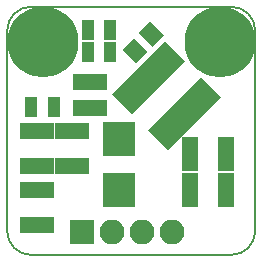
<source format=gbr>
G04 #@! TF.FileFunction,Soldermask,Top*
%FSLAX46Y46*%
G04 Gerber Fmt 4.6, Leading zero omitted, Abs format (unit mm)*
G04 Created by KiCad (PCBNEW 4.0.5) date Sunday, 09. April 2017 'u35' 15:35:46*
%MOMM*%
%LPD*%
G01*
G04 APERTURE LIST*
%ADD10C,0.100000*%
%ADD11C,0.150000*%
%ADD12R,1.050000X1.460000*%
%ADD13C,6.000000*%
%ADD14R,2.700000X2.900000*%
%ADD15R,2.100000X2.100000*%
%ADD16O,2.100000X2.100000*%
%ADD17R,1.100000X1.700000*%
%ADD18R,2.900000X1.400000*%
%ADD19R,1.400000X2.900000*%
G04 APERTURE END LIST*
D10*
D11*
X139000000Y-110000000D02*
G75*
G03X141000000Y-108000000I0J2000000D01*
G01*
X120000000Y-108000000D02*
G75*
G03X122000000Y-110000000I2000000J0D01*
G01*
X141000000Y-91000000D02*
G75*
G03X139000000Y-89000000I-2000000J0D01*
G01*
X122000000Y-89000000D02*
G75*
G03X120000000Y-91000000I0J-2000000D01*
G01*
X139000000Y-110000000D02*
X122000000Y-110000000D01*
X141000000Y-91000000D02*
X141000000Y-108000000D01*
X122000000Y-89000000D02*
X139000000Y-89000000D01*
X120000000Y-108000000D02*
X120000000Y-91000000D01*
D12*
X127950000Y-95400000D03*
X127000000Y-95400000D03*
X126050000Y-95400000D03*
X126050000Y-97600000D03*
X127950000Y-97600000D03*
X127000000Y-97600000D03*
D13*
X138000000Y-92000000D03*
X123000000Y-92000000D03*
D10*
G36*
X130881281Y-93785445D02*
X129714555Y-92618719D01*
X130704505Y-91628769D01*
X131871231Y-92795495D01*
X130881281Y-93785445D01*
X130881281Y-93785445D01*
G37*
G36*
X132295495Y-92371231D02*
X131128769Y-91204505D01*
X132118719Y-90214555D01*
X133285445Y-91381281D01*
X132295495Y-92371231D01*
X132295495Y-92371231D01*
G37*
D14*
X129500000Y-100230000D03*
X129500000Y-104530000D03*
D15*
X126350000Y-108095000D03*
D16*
X128890000Y-108095000D03*
X131430000Y-108095000D03*
X133970000Y-108095000D03*
D17*
X123950000Y-97500000D03*
X122050000Y-97500000D03*
X128705000Y-90950000D03*
X126805000Y-90950000D03*
X126805000Y-92855000D03*
X128705000Y-92855000D03*
D10*
G36*
X138131550Y-96606066D02*
X133606066Y-101131550D01*
X131909010Y-99434494D01*
X136434494Y-94909010D01*
X138131550Y-96606066D01*
X138131550Y-96606066D01*
G37*
G36*
X135090990Y-93565506D02*
X130565506Y-98090990D01*
X128868450Y-96393934D01*
X133393934Y-91868450D01*
X135090990Y-93565506D01*
X135090990Y-93565506D01*
G37*
D18*
X122500000Y-107500000D03*
X122500000Y-104500000D03*
X122500000Y-99500000D03*
X122500000Y-102500000D03*
X125500000Y-99500000D03*
X125500000Y-102500000D03*
D19*
X138500000Y-101500000D03*
X135500000Y-101500000D03*
X138500000Y-104500000D03*
X135500000Y-104500000D03*
M02*

</source>
